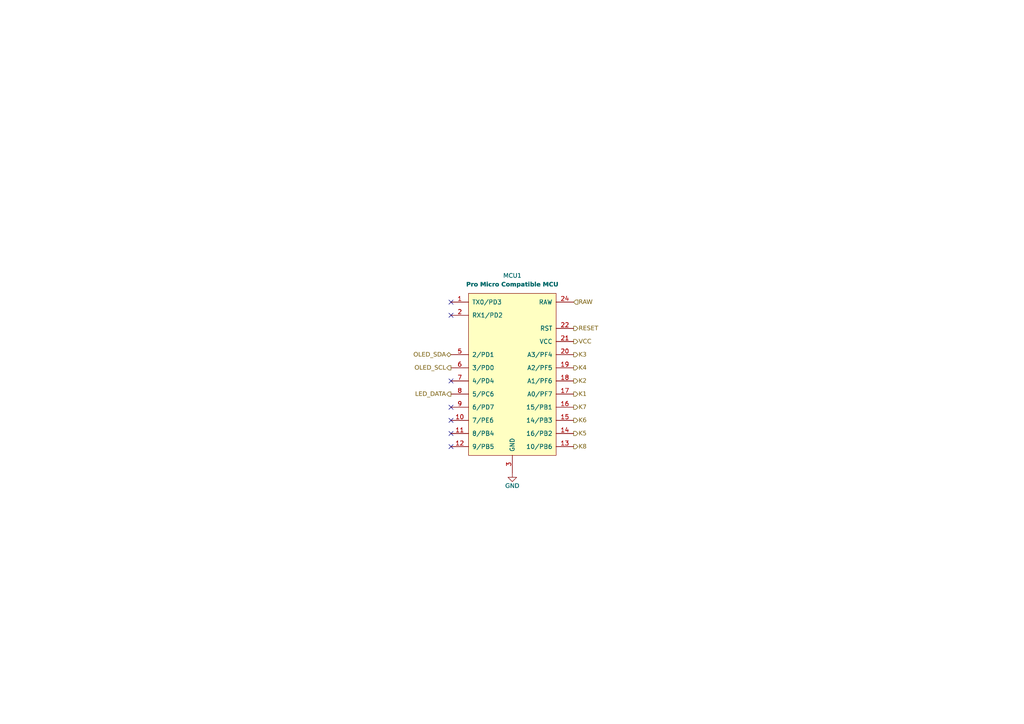
<source format=kicad_sch>
(kicad_sch
	(version 20231120)
	(generator "eeschema")
	(generator_version "8.0")
	(uuid "3ce878fe-2db7-4987-ad7a-eea3407f2b23")
	(paper "A4")
	(title_block
		(title "Artsey Ergo")
		(date "2024-12-07")
		(rev "v1.0.0")
		(company "TMShader")
		(comment 9 "Artsey Ergo")
	)
	(lib_symbols
		(symbol "Artsey_Ergo:Pro_Micro_Compatible_MCU"
			(pin_names
				(offset 1.016)
			)
			(exclude_from_sim no)
			(in_bom yes)
			(on_board yes)
			(property "Reference" "MCU1"
				(at 0 27.94 0)
				(effects
					(font
						(face "Lexend")
						(size 1.27 1.27)
					)
				)
			)
			(property "Value" "Pro Micro Compatible MCU"
				(at 0 25.4 0)
				(effects
					(font
						(face "Lexend")
						(size 1.27 1.27)
						(thickness 0.254)
						(bold yes)
					)
				)
			)
			(property "Footprint" "Artsey_Ergo:mcu_nice_nano"
				(at 0 0 0)
				(effects
					(font
						(size 1.524 1.524)
					)
					(hide yes)
				)
			)
			(property "Datasheet" ""
				(at 26.67 -63.5 90)
				(effects
					(font
						(size 1.524 1.524)
					)
					(hide yes)
				)
			)
			(property "Description" ""
				(at -1.27 -7.62 0)
				(effects
					(font
						(size 1.27 1.27)
					)
					(hide yes)
				)
			)
			(property "LCSC" ""
				(at 0 0 0)
				(effects
					(font
						(size 1.27 1.27)
					)
				)
			)
			(symbol "Pro_Micro_Compatible_MCU_1_1"
				(rectangle
					(start -12.7 22.86)
					(end 12.7 -24.13)
					(stroke
						(width 0)
						(type solid)
					)
					(fill
						(type background)
					)
				)
				(pin passive line
					(at -17.78 20.32 0)
					(length 5.08)
					(name "TX0/PD3"
						(effects
							(font
								(size 1.27 1.27)
							)
						)
					)
					(number "1"
						(effects
							(font
								(size 1.27 1.27)
							)
						)
					)
				)
				(pin passive line
					(at -17.78 -13.97 0)
					(length 5.08)
					(name "7/PE6"
						(effects
							(font
								(size 1.27 1.27)
							)
						)
					)
					(number "10"
						(effects
							(font
								(size 1.27 1.27)
							)
						)
					)
				)
				(pin free line
					(at 1.27 17.78 180)
					(length 5.08) hide
					(name ""
						(effects
							(font
								(size 1.27 1.27)
							)
						)
					)
					(number "101"
						(effects
							(font
								(size 1.27 1.27)
							)
						)
					)
				)
				(pin free line
					(at 1.27 15.24 180)
					(length 5.08) hide
					(name ""
						(effects
							(font
								(size 1.27 1.27)
							)
						)
					)
					(number "102"
						(effects
							(font
								(size 1.27 1.27)
							)
						)
					)
				)
				(pin free line
					(at 1.27 12.7 180)
					(length 5.08) hide
					(name ""
						(effects
							(font
								(size 1.27 1.27)
							)
						)
					)
					(number "103"
						(effects
							(font
								(size 1.27 1.27)
							)
						)
					)
				)
				(pin free line
					(at 1.27 10.16 180)
					(length 5.08) hide
					(name ""
						(effects
							(font
								(size 1.27 1.27)
							)
						)
					)
					(number "104"
						(effects
							(font
								(size 1.27 1.27)
							)
						)
					)
				)
				(pin free line
					(at 1.27 7.62 180)
					(length 5.08) hide
					(name ""
						(effects
							(font
								(size 1.27 1.27)
							)
						)
					)
					(number "105"
						(effects
							(font
								(size 1.27 1.27)
							)
						)
					)
				)
				(pin free line
					(at 1.27 5.08 180)
					(length 5.08) hide
					(name ""
						(effects
							(font
								(size 1.27 1.27)
							)
						)
					)
					(number "106"
						(effects
							(font
								(size 1.27 1.27)
							)
						)
					)
				)
				(pin passive line
					(at -17.78 -17.78 0)
					(length 5.08)
					(name "8/PB4"
						(effects
							(font
								(size 1.27 1.27)
							)
						)
					)
					(number "11"
						(effects
							(font
								(size 1.27 1.27)
							)
						)
					)
				)
				(pin free line
					(at -1.27 5.08 0)
					(length 5.08) hide
					(name ""
						(effects
							(font
								(size 1.27 1.27)
							)
						)
					)
					(number "119"
						(effects
							(font
								(size 1.27 1.27)
							)
						)
					)
				)
				(pin passive line
					(at -17.78 -21.59 0)
					(length 5.08)
					(name "9/PB5"
						(effects
							(font
								(size 1.27 1.27)
							)
						)
					)
					(number "12"
						(effects
							(font
								(size 1.27 1.27)
							)
						)
					)
				)
				(pin free line
					(at -1.27 7.62 0)
					(length 5.08) hide
					(name ""
						(effects
							(font
								(size 1.27 1.27)
							)
						)
					)
					(number "120"
						(effects
							(font
								(size 1.27 1.27)
							)
						)
					)
				)
				(pin free line
					(at -1.27 10.16 0)
					(length 5.08) hide
					(name ""
						(effects
							(font
								(size 1.27 1.27)
							)
						)
					)
					(number "121"
						(effects
							(font
								(size 1.27 1.27)
							)
						)
					)
				)
				(pin free line
					(at -1.27 12.7 0)
					(length 5.08) hide
					(name ""
						(effects
							(font
								(size 1.27 1.27)
							)
						)
					)
					(number "122"
						(effects
							(font
								(size 1.27 1.27)
							)
						)
					)
				)
				(pin free line
					(at -1.27 15.24 0)
					(length 5.08) hide
					(name ""
						(effects
							(font
								(size 1.27 1.27)
							)
						)
					)
					(number "123"
						(effects
							(font
								(size 1.27 1.27)
							)
						)
					)
				)
				(pin free line
					(at -1.27 17.78 0)
					(length 5.08) hide
					(name ""
						(effects
							(font
								(size 1.27 1.27)
							)
						)
					)
					(number "124"
						(effects
							(font
								(size 1.27 1.27)
							)
						)
					)
				)
				(pin passive line
					(at 17.78 -21.59 180)
					(length 5.08)
					(name "10/PB6"
						(effects
							(font
								(size 1.27 1.27)
							)
						)
					)
					(number "13"
						(effects
							(font
								(size 1.27 1.27)
							)
						)
					)
				)
				(pin passive line
					(at 17.78 -17.78 180)
					(length 5.08)
					(name "16/PB2"
						(effects
							(font
								(size 1.27 1.27)
							)
						)
					)
					(number "14"
						(effects
							(font
								(size 1.27 1.27)
							)
						)
					)
				)
				(pin passive line
					(at 17.78 -13.97 180)
					(length 5.08)
					(name "14/PB3"
						(effects
							(font
								(size 1.27 1.27)
							)
						)
					)
					(number "15"
						(effects
							(font
								(size 1.27 1.27)
							)
						)
					)
				)
				(pin passive line
					(at 17.78 -10.16 180)
					(length 5.08)
					(name "15/PB1"
						(effects
							(font
								(size 1.27 1.27)
							)
						)
					)
					(number "16"
						(effects
							(font
								(size 1.27 1.27)
							)
						)
					)
				)
				(pin passive line
					(at 17.78 -6.35 180)
					(length 5.08)
					(name "A0/PF7"
						(effects
							(font
								(size 1.27 1.27)
							)
						)
					)
					(number "17"
						(effects
							(font
								(size 1.27 1.27)
							)
						)
					)
				)
				(pin passive line
					(at 17.78 -2.54 180)
					(length 5.08)
					(name "A1/PF6"
						(effects
							(font
								(size 1.27 1.27)
							)
						)
					)
					(number "18"
						(effects
							(font
								(size 1.27 1.27)
							)
						)
					)
				)
				(pin passive line
					(at 17.78 1.27 180)
					(length 5.08)
					(name "A2/PF5"
						(effects
							(font
								(size 1.27 1.27)
							)
						)
					)
					(number "19"
						(effects
							(font
								(size 1.27 1.27)
							)
						)
					)
				)
				(pin passive line
					(at -17.78 16.51 0)
					(length 5.08)
					(name "RX1/PD2"
						(effects
							(font
								(size 1.27 1.27)
							)
						)
					)
					(number "2"
						(effects
							(font
								(size 1.27 1.27)
							)
						)
					)
				)
				(pin passive line
					(at 17.78 5.08 180)
					(length 5.08)
					(name "A3/PF4"
						(effects
							(font
								(size 1.27 1.27)
							)
						)
					)
					(number "20"
						(effects
							(font
								(size 1.27 1.27)
							)
						)
					)
				)
				(pin power_out line
					(at 17.78 8.89 180)
					(length 5.08)
					(name "VCC"
						(effects
							(font
								(size 1.27 1.27)
							)
						)
					)
					(number "21"
						(effects
							(font
								(size 1.27 1.27)
							)
						)
					)
				)
				(pin passive line
					(at 17.78 12.7 180)
					(length 5.08)
					(name "RST"
						(effects
							(font
								(size 1.27 1.27)
							)
						)
					)
					(number "22"
						(effects
							(font
								(size 1.27 1.27)
							)
						)
					)
				)
				(pin power_out line
					(at 0 -29.21 90)
					(length 5.08) hide
					(name "GND"
						(effects
							(font
								(size 1.27 1.27)
							)
						)
					)
					(number "23"
						(effects
							(font
								(size 1.27 1.27)
							)
						)
					)
				)
				(pin passive line
					(at 17.78 20.32 180)
					(length 5.08)
					(name "RAW"
						(effects
							(font
								(size 1.27 1.27)
							)
						)
					)
					(number "24"
						(effects
							(font
								(size 1.27 1.27)
							)
						)
					)
				)
				(pin power_out line
					(at 0 -29.21 90)
					(length 5.08)
					(name "GND"
						(effects
							(font
								(size 1.27 1.27)
							)
						)
					)
					(number "3"
						(effects
							(font
								(size 1.27 1.27)
							)
						)
					)
				)
				(pin power_out line
					(at 0 -29.21 90)
					(length 5.08) hide
					(name "GND"
						(effects
							(font
								(size 1.27 1.27)
							)
						)
					)
					(number "4"
						(effects
							(font
								(size 1.27 1.27)
							)
						)
					)
				)
				(pin passive line
					(at -17.78 5.08 0)
					(length 5.08)
					(name "2/PD1"
						(effects
							(font
								(size 1.27 1.27)
							)
						)
					)
					(number "5"
						(effects
							(font
								(size 1.27 1.27)
							)
						)
					)
				)
				(pin passive line
					(at -17.78 1.27 0)
					(length 5.08)
					(name "3/PD0"
						(effects
							(font
								(size 1.27 1.27)
							)
						)
					)
					(number "6"
						(effects
							(font
								(size 1.27 1.27)
							)
						)
					)
				)
				(pin passive line
					(at -17.78 -2.54 0)
					(length 5.08)
					(name "4/PD4"
						(effects
							(font
								(size 1.27 1.27)
							)
						)
					)
					(number "7"
						(effects
							(font
								(size 1.27 1.27)
							)
						)
					)
				)
				(pin passive line
					(at -17.78 -6.35 0)
					(length 5.08)
					(name "5/PC6"
						(effects
							(font
								(size 1.27 1.27)
							)
						)
					)
					(number "8"
						(effects
							(font
								(size 1.27 1.27)
							)
						)
					)
				)
				(pin passive line
					(at -17.78 -10.16 0)
					(length 5.08)
					(name "6/PD7"
						(effects
							(font
								(size 1.27 1.27)
							)
						)
					)
					(number "9"
						(effects
							(font
								(size 1.27 1.27)
							)
						)
					)
				)
			)
		)
		(symbol "power:GND"
			(power)
			(pin_numbers hide)
			(pin_names
				(offset 0) hide)
			(exclude_from_sim no)
			(in_bom yes)
			(on_board yes)
			(property "Reference" "#PWR"
				(at 0 -6.35 0)
				(effects
					(font
						(size 1.27 1.27)
					)
					(hide yes)
				)
			)
			(property "Value" "GND"
				(at 0 -3.81 0)
				(effects
					(font
						(size 1.27 1.27)
					)
				)
			)
			(property "Footprint" ""
				(at 0 0 0)
				(effects
					(font
						(size 1.27 1.27)
					)
					(hide yes)
				)
			)
			(property "Datasheet" ""
				(at 0 0 0)
				(effects
					(font
						(size 1.27 1.27)
					)
					(hide yes)
				)
			)
			(property "Description" "Power symbol creates a global label with name \"GND\" , ground"
				(at 0 0 0)
				(effects
					(font
						(size 1.27 1.27)
					)
					(hide yes)
				)
			)
			(property "ki_keywords" "global power"
				(at 0 0 0)
				(effects
					(font
						(size 1.27 1.27)
					)
					(hide yes)
				)
			)
			(symbol "GND_0_1"
				(polyline
					(pts
						(xy 0 0) (xy 0 -1.27) (xy 1.27 -1.27) (xy 0 -2.54) (xy -1.27 -1.27) (xy 0 -1.27)
					)
					(stroke
						(width 0)
						(type default)
					)
					(fill
						(type none)
					)
				)
			)
			(symbol "GND_1_1"
				(pin power_in line
					(at 0 0 270)
					(length 0)
					(name "~"
						(effects
							(font
								(size 1.27 1.27)
							)
						)
					)
					(number "1"
						(effects
							(font
								(size 1.27 1.27)
							)
						)
					)
				)
			)
		)
	)
	(no_connect
		(at 130.81 121.92)
		(uuid "2021e6f1-fb35-4d5c-a610-ea0bc1e93c33")
	)
	(no_connect
		(at 130.81 129.54)
		(uuid "7fc4227b-bca7-49de-ae10-e7e250e48fe0")
	)
	(no_connect
		(at 130.81 118.11)
		(uuid "9d6f3d52-5d39-4979-b427-2f1482a237de")
	)
	(no_connect
		(at 130.81 125.73)
		(uuid "9dcf5eee-1220-42af-bbd8-984e76bdcab8")
	)
	(no_connect
		(at 130.81 110.49)
		(uuid "a7af00b4-07f9-4b9c-808f-001968bfc104")
	)
	(no_connect
		(at 130.81 87.63)
		(uuid "a9a227c8-af61-4f2f-95ba-36e2537229a3")
	)
	(no_connect
		(at 130.81 91.44)
		(uuid "f0b84d72-9905-487d-855c-4065182b6732")
	)
	(text "${SHEETNAME}\n"
		(exclude_from_sim no)
		(at 19.05 25.4 0)
		(effects
			(font
				(face "Lexend")
				(size 8 8)
				(thickness 1.6256)
				(bold yes)
			)
			(justify left top)
		)
		(uuid "5af0575b-b3b4-4017-a549-fad1e39aea05")
	)
	(hierarchical_label "RAW"
		(shape input)
		(at 166.37 87.63 0)
		(fields_autoplaced yes)
		(effects
			(font
				(face "Lexend")
				(size 1.27 1.27)
			)
			(justify left)
		)
		(uuid "1950b840-4990-43a0-a9ba-7a0ff3e9ad0d")
	)
	(hierarchical_label "K5"
		(shape output)
		(at 166.37 125.73 0)
		(fields_autoplaced yes)
		(effects
			(font
				(face "Lexend")
				(size 1.27 1.27)
			)
			(justify left)
		)
		(uuid "2d05a392-3880-4413-bd5f-2ab7c2ff3f40")
	)
	(hierarchical_label "VCC"
		(shape output)
		(at 166.37 99.06 0)
		(fields_autoplaced yes)
		(effects
			(font
				(face "Lexend")
				(size 1.27 1.27)
			)
			(justify left)
		)
		(uuid "37e0b411-8c35-489d-8c98-32f69f90d702")
	)
	(hierarchical_label "RESET"
		(shape output)
		(at 166.37 95.25 0)
		(fields_autoplaced yes)
		(effects
			(font
				(face "Lexend")
				(size 1.27 1.27)
			)
			(justify left)
		)
		(uuid "38ceaee6-c642-4006-a679-7e09592992c6")
	)
	(hierarchical_label "K2"
		(shape output)
		(at 166.37 110.49 0)
		(fields_autoplaced yes)
		(effects
			(font
				(face "Lexend")
				(size 1.27 1.27)
			)
			(justify left)
		)
		(uuid "4ceb6f1c-224b-454f-908f-8b8afec46847")
	)
	(hierarchical_label "K1"
		(shape output)
		(at 166.37 114.3 0)
		(fields_autoplaced yes)
		(effects
			(font
				(face "Lexend")
				(size 1.27 1.27)
			)
			(justify left)
		)
		(uuid "5d375265-1089-4d77-9bd7-a8636d0b5f05")
	)
	(hierarchical_label "K7"
		(shape output)
		(at 166.37 118.11 0)
		(fields_autoplaced yes)
		(effects
			(font
				(face "Lexend")
				(size 1.27 1.27)
			)
			(justify left)
		)
		(uuid "5dbdd948-8102-40d3-a015-7e016b2cc71a")
	)
	(hierarchical_label "K3"
		(shape output)
		(at 166.37 102.87 0)
		(fields_autoplaced yes)
		(effects
			(font
				(face "Lexend")
				(size 1.27 1.27)
			)
			(justify left)
		)
		(uuid "6542f8a8-af46-41e1-9446-d177cef05958")
	)
	(hierarchical_label "OLED_SDA"
		(shape bidirectional)
		(at 130.81 102.87 180)
		(fields_autoplaced yes)
		(effects
			(font
				(face "Lexend")
				(size 1.27 1.27)
			)
			(justify right)
		)
		(uuid "887085d3-f0b5-4f0d-995f-376df5183186")
	)
	(hierarchical_label "K6"
		(shape output)
		(at 166.37 121.92 0)
		(fields_autoplaced yes)
		(effects
			(font
				(face "Lexend")
				(size 1.27 1.27)
			)
			(justify left)
		)
		(uuid "c9fb5223-1594-45b9-880b-ec2e653365ef")
	)
	(hierarchical_label "OLED_SCL"
		(shape output)
		(at 130.81 106.68 180)
		(fields_autoplaced yes)
		(effects
			(font
				(face "Lexend")
				(size 1.27 1.27)
			)
			(justify right)
		)
		(uuid "da35945e-52ea-4712-a951-8ad329fbd52b")
	)
	(hierarchical_label "K8"
		(shape output)
		(at 166.37 129.54 0)
		(fields_autoplaced yes)
		(effects
			(font
				(face "Lexend")
				(size 1.27 1.27)
			)
			(justify left)
		)
		(uuid "e60e511f-9047-4aa5-afb3-aa188e14ebe3")
	)
	(hierarchical_label "K4"
		(shape output)
		(at 166.37 106.68 0)
		(fields_autoplaced yes)
		(effects
			(font
				(face "Lexend")
				(size 1.27 1.27)
			)
			(justify left)
		)
		(uuid "e8bf67e9-e8bc-4e27-b4c9-f4c4c0235657")
	)
	(hierarchical_label "LED_DATA"
		(shape output)
		(at 130.81 114.3 180)
		(fields_autoplaced yes)
		(effects
			(font
				(face "Lexend")
				(size 1.27 1.27)
			)
			(justify right)
		)
		(uuid "ef409019-3f62-49cd-bc29-545f7a0fcbc0")
	)
	(symbol
		(lib_id "power:GND")
		(at 148.59 137.16 0)
		(mirror y)
		(unit 1)
		(exclude_from_sim no)
		(in_bom yes)
		(on_board yes)
		(dnp no)
		(uuid "01ffc292-3fd6-4471-a8b7-970dfe511dcf")
		(property "Reference" "#PWR012"
			(at 148.59 143.51 0)
			(effects
				(font
					(size 1.27 1.27)
				)
				(hide yes)
			)
		)
		(property "Value" "GND"
			(at 148.59 140.97 0)
			(effects
				(font
					(face "Lexend")
					(size 1.27 1.27)
				)
			)
		)
		(property "Footprint" ""
			(at 148.59 137.16 0)
			(effects
				(font
					(size 1.27 1.27)
				)
				(hide yes)
			)
		)
		(property "Datasheet" ""
			(at 148.59 137.16 0)
			(effects
				(font
					(size 1.27 1.27)
				)
				(hide yes)
			)
		)
		(property "Description" "Power symbol creates a global label with name \"GND\" , ground"
			(at 148.59 137.16 0)
			(effects
				(font
					(size 1.27 1.27)
				)
				(hide yes)
			)
		)
		(pin "1"
			(uuid "db8baece-96aa-4d22-a3c2-0cbb4dcbd499")
		)
		(instances
			(project "artsey_ergo"
				(path "/b0cc1372-dd77-4c7b-80f4-446de8540008/24081743-b7db-4273-9c5a-be72845f7f51/e3ea4abc-fddf-491c-af63-d0d1ff1c6129"
					(reference "#PWR012")
					(unit 1)
				)
			)
		)
	)
	(symbol
		(lib_id "Artsey_Ergo:Pro_Micro_Compatible_MCU")
		(at 148.59 107.95 0)
		(unit 1)
		(exclude_from_sim no)
		(in_bom yes)
		(on_board yes)
		(dnp no)
		(fields_autoplaced yes)
		(uuid "ea723a94-d6a4-49e3-ad2a-8fda06a8cacb")
		(property "Reference" "MCU1"
			(at 148.59 80.01 0)
			(effects
				(font
					(face "Lexend")
					(size 1.27 1.27)
				)
			)
		)
		(property "Value" "Pro Micro Compatible MCU"
			(at 148.59 82.55 0)
			(effects
				(font
					(face "Lexend")
					(size 1.27 1.27)
					(thickness 0.254)
					(bold yes)
				)
			)
		)
		(property "Footprint" "Artsey_Ergo:mcu_nice_nano"
			(at 148.59 107.95 0)
			(effects
				(font
					(size 1.524 1.524)
				)
				(hide yes)
			)
		)
		(property "Datasheet" ""
			(at 175.26 171.45 90)
			(effects
				(font
					(size 1.524 1.524)
				)
				(hide yes)
			)
		)
		(property "Description" ""
			(at 147.32 115.57 0)
			(effects
				(font
					(size 1.27 1.27)
				)
				(hide yes)
			)
		)
		(property "LCSC" ""
			(at 148.59 107.95 0)
			(effects
				(font
					(size 1.27 1.27)
				)
			)
		)
		(pin "7"
			(uuid "1aaadaab-25ec-4852-9c53-6eb123970e0d")
		)
		(pin "1"
			(uuid "19f96e2f-5d09-44fc-8b6a-e01ccd7b632b")
		)
		(pin "2"
			(uuid "22d1d8d5-4ac0-49da-be40-2bc8aa26e3ef")
		)
		(pin "24"
			(uuid "310ac3c0-31d6-4cf8-adde-92f4a8435bed")
		)
		(pin "19"
			(uuid "7e7c4c15-4832-4e62-96ee-5e74a0b7bc9a")
		)
		(pin "14"
			(uuid "984ab68e-da32-4c86-b534-3ad75abbdf8c")
		)
		(pin "5"
			(uuid "05b49648-785c-42e2-b20b-402f5f4fe61f")
		)
		(pin "10"
			(uuid "4c5bc7bb-b3f1-4b9d-823b-04d8ea3399d5")
		)
		(pin "13"
			(uuid "35a8c2e3-5258-48fd-9c39-f3164133013e")
		)
		(pin "15"
			(uuid "1417ca12-1146-4af2-9277-5291d9821946")
		)
		(pin "12"
			(uuid "b2ff18b0-27c5-4e87-a0f5-e339bd87f679")
		)
		(pin "9"
			(uuid "7c0aaccf-81df-464c-aef9-c44533e97cd9")
		)
		(pin "16"
			(uuid "6151ff86-f30c-494b-8801-9790d077a29d")
		)
		(pin "20"
			(uuid "273610f4-d87d-48f0-bf3e-ae0cb750eafb")
		)
		(pin "22"
			(uuid "1043c95c-1da5-4ee7-b57a-64c35359d0cb")
		)
		(pin "11"
			(uuid "60864bdc-7df8-4dab-a1cf-28ac16517c6e")
		)
		(pin "23"
			(uuid "989123d8-8250-4ae0-93d6-ee97cc14c770")
		)
		(pin "21"
			(uuid "59dc95cb-69dc-4d42-ac88-4dd2ceb3a4a0")
		)
		(pin "3"
			(uuid "639dcb08-341c-4079-9704-a77dd5db1a1e")
		)
		(pin "17"
			(uuid "de7b40f9-7a43-429d-a18c-0001819f148e")
		)
		(pin "8"
			(uuid "fb7955be-9ca9-435c-9d0a-150a54bf086b")
		)
		(pin "18"
			(uuid "c764e844-ba45-498c-98f1-727fc672feb9")
		)
		(pin "4"
			(uuid "b769814c-2acd-41f4-b3f2-9db14eadd8ea")
		)
		(pin "6"
			(uuid "e8b596cc-4b37-4adb-b37b-cf88bc8f2bcf")
		)
		(pin "102"
			(uuid "9ab6cc01-973e-4172-8b05-553051580c1b")
		)
		(pin "103"
			(uuid "4a98fbc2-9d63-404a-b03a-54f1a56caf81")
		)
		(pin "106"
			(uuid "aa829d59-643f-4c89-890d-982b809b4e01")
		)
		(pin "119"
			(uuid "08cf1603-3245-4e37-b53e-73eaeee286c9")
		)
		(pin "120"
			(uuid "ed1471b7-f2e2-4220-8bfd-221895ae8d29")
		)
		(pin "101"
			(uuid "8cdd23ca-0b00-4173-ab9c-0d5f1d1efa90")
		)
		(pin "104"
			(uuid "98ab1d25-5ca9-488f-a4a2-3ab77bd8eccb")
		)
		(pin "121"
			(uuid "2fd9cde9-77a6-42d1-a71e-584c25dfe953")
		)
		(pin "122"
			(uuid "a2da9af3-5cfd-4858-9011-6515890df0b4")
		)
		(pin "105"
			(uuid "354827ce-87a3-4e48-b332-701b7a78fe08")
		)
		(pin "124"
			(uuid "85a96e38-21f9-4eeb-9073-96b2fc920cfd")
		)
		(pin "123"
			(uuid "f5b6a6af-ea10-4cd0-a644-35382ca22dfe")
		)
		(instances
			(project ""
				(path "/b0cc1372-dd77-4c7b-80f4-446de8540008/24081743-b7db-4273-9c5a-be72845f7f51/e3ea4abc-fddf-491c-af63-d0d1ff1c6129"
					(reference "MCU1")
					(unit 1)
				)
			)
		)
	)
)

</source>
